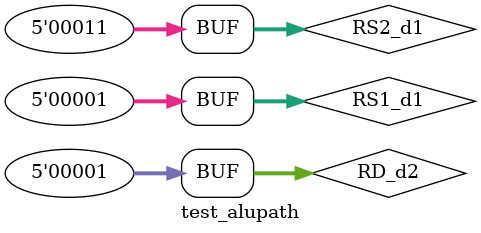
<source format=v>
module test_alupath;
reg [4:0]RS1_d1;
reg [4:0]RS2_d1;
reg [4:0]RD_d2;
wire alu_cmp1;
wire alu_cmp2;

initial
begin
RS1_d1 <= 5'b01;
RS2_d1 <= 5'b11;
RD_d2 <= 5'b01;
end

//alu_compare ac(RS1_d1,RS2_d1,RD_d2,alu_cmp1,alu_cmp2);
mem_compare m(.RS1_d2(RS1_d1),.RS2_d2(RS2_d1),.RD_d3(RD_d2),.mem_cmp1(alu_cmp1),.mem_cmp2(alu_cmp2));

endmodule

</source>
